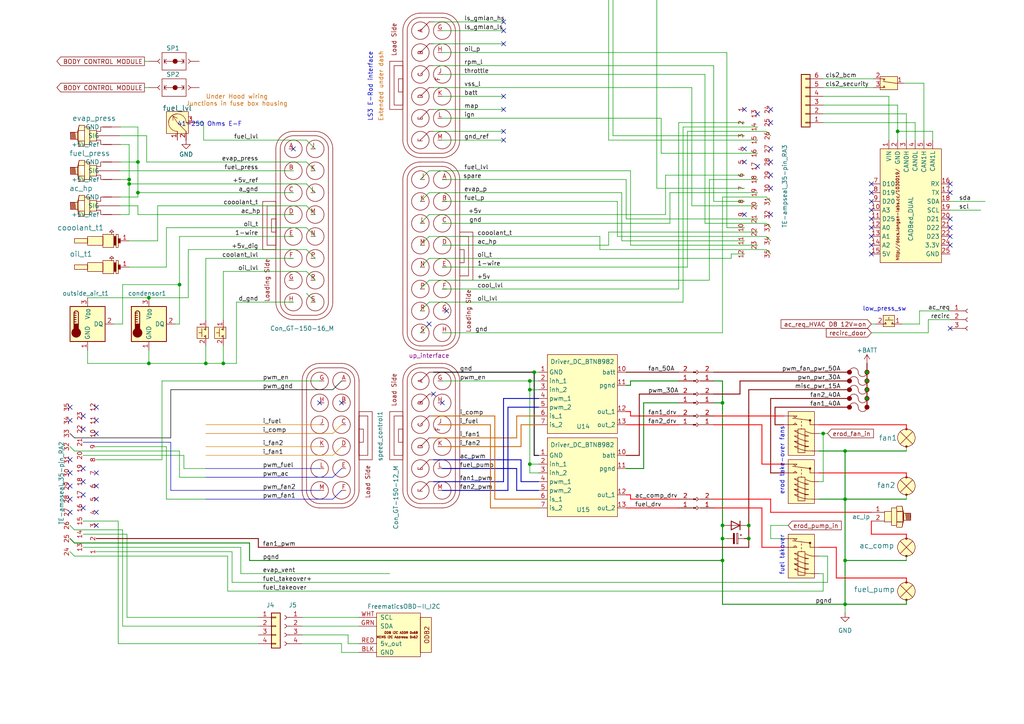
<source format=kicad_sch>
(kicad_sch (version 20231120) (generator "eeschema") (generator_version "8.0")
  (paper "A4")
  (title_block (title "Tahoe_IO") (date "2024-09-25") (rev "0.8"))
  (junction (at 40.005 55.88))
  (junction (at 251.46 107.95))
  (junction (at 217.17 156.21))
  (junction (at 251.46 115.57))
  (junction (at 209.55 152.4))
  (junction (at 245.11 130.81))
  (junction (at 209.55 156.21))
  (junction (at 37.465 52.07))
  (junction (at 251.46 113.03))
  (junction (at 251.46 110.49))
  (junction (at 153.67 134.62))
  (junction (at 209.55 116.84))
  (junction (at 59.69 105.41))
  (junction (at 154.94 107.95))
  (junction (at 245.11 175.26))
  (junction (at 245.11 162.56))
  (junction (at 40.005 46.99))
  (junction (at 260.35 38.1))
  (junction (at 209.55 162.56))
  (junction (at 43.18 86.36))
  (junction (at 153.67 110.49))
  (junction (at 43.18 105.41))
  (junction (at 153.67 113.03))
  (junction (at 245.11 144.78))
  (junction (at 238.76 125.73))
  (junction (at 37.465 53.34))
  (junction (at 52.07 82.55))
  (junction (at 64.77 105.41))
  (junction (at 217.17 152.4))
  (no_connect (at 85.09 43.18))
  (no_connect (at 223.52 35.56))
  (no_connect (at 125.73 114.3))
  (no_connect (at 215.9 46.99))
  (no_connect (at 27.94 144.78))
  (no_connect (at 24.13 135.89))
  (no_connect (at 146.05 38.1))
  (no_connect (at 275.59 71.12))
  (no_connect (at 24.13 139.7))
  (no_connect (at 275.59 55.88))
  (no_connect (at 275.59 95.25))
  (no_connect (at 124.46 93.98))
  (no_connect (at 27.94 148.59))
  (no_connect (at 223.52 62.23))
  (no_connect (at 146.05 12.7))
  (no_connect (at 20.32 121.92))
  (no_connect (at 20.32 133.35))
  (no_connect (at 215.9 62.23))
  (no_connect (at 223.52 54.61))
  (no_connect (at 128.27 116.84))
  (no_connect (at 20.32 140.97))
  (no_connect (at 27.94 137.16))
  (no_connect (at 146.05 27.94))
  (no_connect (at 146.05 8.89))
  (no_connect (at 219.71 33.02))
  (no_connect (at 24.13 143.51))
  (no_connect (at 27.94 121.92))
  (no_connect (at 27.94 140.97))
  (no_connect (at 219.71 48.26))
  (no_connect (at 20.32 148.59))
  (no_connect (at 146.05 6.35))
  (no_connect (at 27.94 125.73))
  (no_connect (at 92.71 116.84))
  (no_connect (at 252.73 68.58))
  (no_connect (at 223.52 43.18))
  (no_connect (at 24.13 147.32))
  (no_connect (at 252.73 55.88))
  (no_connect (at 24.13 120.65))
  (no_connect (at 99.06 116.84))
  (no_connect (at 129.54 90.17))
  (no_connect (at 275.59 53.34))
  (no_connect (at 275.59 63.5))
  (no_connect (at 275.59 66.04))
  (no_connect (at 20.32 144.78))
  (no_connect (at 146.05 40.64))
  (no_connect (at 215.9 31.75))
  (no_connect (at 223.52 46.99))
  (no_connect (at 215.9 43.18))
  (no_connect (at 20.32 118.11))
  (no_connect (at 20.32 137.16))
  (no_connect (at 223.52 50.8))
  (no_connect (at 252.73 58.42))
  (no_connect (at 252.73 60.96))
  (no_connect (at 252.73 73.66))
  (no_connect (at 252.73 66.04))
  (no_connect (at 252.73 53.34))
  (no_connect (at 223.52 31.75))
  (no_connect (at 275.59 68.58))
  (no_connect (at 252.73 71.12))
  (no_connect (at 27.94 118.11))
  (no_connect (at 146.05 31.75))
  (no_connect (at 252.73 63.5))
  (no_connect (at 27.94 152.4))
  (no_connect (at 24.13 124.46))
  (wire (pts (xy 46.99 110.49) (xy 46.99 133.35)))
  (wire (pts (xy 34.925 41.91) (xy 37.465 41.91)))
  (wire (pts (xy 217.17 156.21) (xy 217.17 158.75)) (stroke (width 0.254) (color 132 0 0 1)))
  (wire (pts (xy 151.13 123.19) (xy 151.13 129.54)) (stroke (width 0.254) (color 204 102 0 1)))
  (wire (pts (xy 147.32 118.11) (xy 147.32 142.24)) (stroke (width 0.254) (color 0 0 194 1)))
  (wire (pts (xy 240.03 168.91) (xy 74.93 168.91)) (stroke (width 0) (color 0 132 0 1)))
  (wire (pts (xy 99.06 110.49) (xy 96.52 113.03)) (stroke (width 0) (color 0 0 0 1)))
  (wire (pts (xy 193.04 50.8) (xy 215.9 50.8)))
  (wire (pts (xy 246.38 118.11) (xy 224.79 118.11)) (stroke (width 0.254) (color 132 0 0 1)))
  (wire (pts (xy 88.9 66.04) (xy 91.44 68.58)))
  (wire (pts (xy 37.465 41.91) (xy 37.465 52.07)))
  (wire (pts (xy 125.73 6.35) (xy 146.05 6.35)))
  (wire (pts (xy 223.52 156.21) (xy 227.33 156.21)))
  (wire (pts (xy 237.49 125.73) (xy 238.76 125.73)))
  (wire (pts (xy 121.92 77.47) (xy 124.46 74.93)))
  (wire (pts (xy 37.465 52.07) (xy 37.465 53.34)))
  (wire (pts (xy 125.73 120.65) (xy 143.51 120.65)) (stroke (width 0.254) (color 204 102 0 1)))
  (wire (pts (xy 185.42 114.3) (xy 185.42 132.08)) (stroke (width 0.254) (color 132 0 0 1)))
  (wire (pts (xy 238.76 166.37) (xy 237.49 166.37)))
  (wire (pts (xy 149.86 135.89) (xy 149.86 142.24)) (stroke (width 0.254) (color 0 0 194 1)))
  (wire (pts (xy 207.01 147.32) (xy 220.98 147.32)) (stroke (width 0.254) (color 255 0 0 1)))
  (wire (pts (xy 238.76 125.73) (xy 238.76 139.7)))
  (wire (pts (xy 147.32 118.11) (xy 156.21 118.11)) (stroke (width 0.254) (color 0 0 194 1)))
  (wire (pts (xy 37.465 53.34) (xy 37.465 62.23)))
  (wire (pts (xy 125.73 139.7) (xy 146.05 139.7)) (stroke (width 0.254) (color 0 0 194 1)))
  (wire (pts (xy 245.11 130.81) (xy 262.89 130.81)) (stroke (width 0.254) (color 0 132 0 1)))
  (wire (pts (xy 154.94 107.95) (xy 156.21 107.95)))
  (wire (pts (xy 262.89 167.64) (xy 242.57 167.64)) (stroke (width 0.254) (color 255 0 0 1)))
  (wire (pts (xy 42.545 46.99) (xy 88.9 46.99)))
  (wire (pts (xy 34.925 59.69) (xy 40.005 59.69)))
  (wire (pts (xy 212.09 73.66) (xy 215.9 73.66)))
  (wire (pts (xy 210.82 156.21) (xy 209.55 156.21)))
  (wire (pts (xy 207.01 123.19) (xy 220.98 123.19)) (stroke (width 0.254) (color 255 0 0 1)))
  (wire (pts (xy 72.39 157.48) (xy 21.59 157.48)) (stroke (width 0.254) (color 0 132 0 1)))
  (wire (pts (xy 151.13 139.7) (xy 156.21 139.7)) (stroke (width 0.254) (color 0 0 194 1)))
  (wire (pts (xy 262.89 168.91) (xy 262.89 167.64)) (stroke (width 0.254) (color 255 0 0 1)))
  (wire (pts (xy 53.34 132.08) (xy 53.34 135.89)))
  (wire (pts (xy 209.55 57.15) (xy 222.25 57.15)))
  (wire (pts (xy 154.94 132.08) (xy 156.21 132.08)) (stroke (width 0.254) (color 0 0 0 1)))
  (wire (pts (xy 245.11 162.56) (xy 245.11 175.26)) (stroke (width 0.254) (color 0 132 0 1)))
  (wire (pts (xy 245.11 175.26) (xy 262.89 175.26)) (stroke (width 0.254) (color 0 132 0 1)))
  (wire (pts (xy 24.13 158.75) (xy 69.85 158.75)))
  (wire (pts (xy 27.94 133.35) (xy 46.99 133.35)))
  (wire (pts (xy 59.69 132.08) (xy 96.52 132.08)) (stroke (width 0) (color 221 133 0 1)))
  (wire (pts (xy 128.27 52.07) (xy 181.61 52.07)))
  (wire (pts (xy 209.55 175.26) (xy 245.11 175.26)) (stroke (width 0.254) (color 0 132 0 1)))
  (wire (pts (xy 34.29 151.13) (xy 34.29 186.69)))
  (wire (pts (xy 223.52 69.85) (xy 222.25 68.58)))
  (wire (pts (xy 237.49 123.19) (xy 262.89 123.19)) (stroke (width 0.254) (color 255 0 0 1)))
  (wire (pts (xy 64.77 105.41) (xy 68.58 105.41)))
  (wire (pts (xy 36.83 154.94) (xy 36.83 179.07)))
  (wire (pts (xy 182.88 110.49) (xy 196.85 110.49)) (stroke (width 0.254) (color 0 132 0 1)))
  (wire (pts (xy 252.73 154.94) (xy 262.89 154.94)) (stroke (width 0.254) (color 255 0 0 1)))
  (wire (pts (xy 269.24 92.71) (xy 275.59 92.71)))
  (wire (pts (xy 265.43 35.56) (xy 238.76 35.56)))
  (wire (pts (xy 34.925 49.53) (xy 85.09 49.53)))
  (wire (pts (xy 176.53 67.31) (xy 219.71 67.31)))
  (wire (pts (xy 34.925 57.15) (xy 40.005 57.15)))
  (wire (pts (xy 45.72 59.69) (xy 88.9 59.69)))
  (wire (pts (xy 143.51 144.78) (xy 156.21 144.78)) (stroke (width 0.254) (color 204 102 0 1)))
  (wire (pts (xy 34.29 186.69) (xy 74.93 186.69)))
  (wire (pts (xy 196.85 35.56) (xy 215.9 35.56)))
  (wire (pts (xy 207.01 114.3) (xy 214.63 114.3)) (stroke (width 0.254) (color 132 0 0 1)))
  (wire (pts (xy 64.77 100.33) (xy 64.77 105.41)))
  (wire (pts (xy 59.69 129.54) (xy 92.71 129.54)) (stroke (width 0) (color 221 133 0 1)))
  (wire (pts (xy 125.73 31.75) (xy 146.05 31.75)))
  (wire (pts (xy 69.85 158.75) (xy 69.85 166.37)))
  (wire (pts (xy 217.17 113.03) (xy 217.17 152.4)) (stroke (width 0.254) (color 132 0 0 1)))
  (wire (pts (xy 59.69 135.89) (xy 92.71 135.89)) (stroke (width 0) (color 0 0 194 1)))
  (wire (pts (xy 262.255 24.13) (xy 267.97 24.13)))
  (wire (pts (xy 265.43 35.56) (xy 265.43 40.64)))
  (wire (pts (xy 223.52 39.37) (xy 222.25 38.1)))
  (wire (pts (xy 212.09 74.93) (xy 212.09 73.66)))
  (wire (pts (xy 49.53 142.24) (xy 92.71 142.24)) (stroke (width 0) (color 0 0 194 1)))
  (wire (pts (xy 153.67 134.62) (xy 153.67 137.16)))
  (wire (pts (xy 262.89 138.43) (xy 262.89 137.16)) (stroke (width 0.254) (color 255 0 0 1)))
  (wire (pts (xy 43.18 17.78) (xy 41.91 17.78)))
  (wire (pts (xy 72.39 157.48) (xy 72.39 162.56)) (stroke (width 0.254) (color 0 132 0 1)))
  (wire (pts (xy 125.73 127) (xy 149.86 127)) (stroke (width 0.254) (color 204 102 0 1)))
  (wire (pts (xy 181.61 147.32) (xy 196.85 147.32)) (stroke (width 0.254) (color 255 0 0 1)))
  (wire (pts (xy 223.52 152.4) (xy 223.52 156.21)))
  (wire (pts (xy 181.61 135.89) (xy 186.69 135.89)) (stroke (width 0.254) (color 0 132 0 1)))
  (wire (pts (xy 72.39 162.56) (xy 209.55 162.56)) (stroke (width 0.254) (color 0 132 0 1)))
  (wire (pts (xy 177.8 -12.7) (xy 177.8 39.37)))
  (wire (pts (xy 45.72 59.69) (xy 45.72 69.85)))
  (wire (pts (xy 25.4 105.41) (xy 43.18 105.41)))
  (wire (pts (xy 237.49 161.29) (xy 240.03 161.29)) (stroke (width 0) (color 0 132 0 1)))
  (wire (pts (xy 59.69 74.93) (xy 85.09 74.93)))
  (wire (pts (xy 124.46 81.28) (xy 121.92 83.82)))
  (wire (pts (xy 153.67 137.16) (xy 156.21 137.16)))
  (wire (pts (xy 21.59 153.67) (xy 35.56 153.67)))
  (wire (pts (xy 66.04 171.45) (xy 238.76 171.45)))
  (wire (pts (xy 207.01 120.65) (xy 227.33 120.65)) (stroke (width 0.254) (color 255 0 0 1)))
  (wire (pts (xy 199.39 38.1) (xy 222.25 38.1)))
  (wire (pts (xy 238.76 171.45) (xy 238.76 166.37)))
  (wire (pts (xy 124.46 68.58) (xy 121.92 71.12)))
  (wire (pts (xy 181.61 119.38) (xy 182.88 119.38)) (stroke (width 0.254) (color 255 0 0 1)))
  (wire (pts (xy 242.57 167.64) (xy 242.57 158.75)) (stroke (width 0.254) (color 255 0 0 1)))
  (wire (pts (xy 200.66 25.4) (xy 200.66 59.69)))
  (wire (pts (xy 209.55 162.56) (xy 209.55 175.26)) (stroke (width 0.254) (color 0 132 0 1)))
  (wire (pts (xy 124.46 62.23) (xy 121.92 64.77)))
  (wire (pts (xy 252.73 96.52) (xy 269.24 96.52)))
  (wire (pts (xy 153.67 134.62) (xy 156.21 134.62)))
  (wire (pts (xy 124.46 62.23) (xy 193.04 62.23)))
  (wire (pts (xy 24.13 151.13) (xy 34.29 151.13)))
  (wire (pts (xy 173.99 -20.32) (xy 190.5 -20.32)))
  (wire (pts (xy 128.27 77.47) (xy 199.39 77.47)))
  (wire (pts (xy 176.53 67.31) (xy 176.53 71.12)))
  (wire (pts (xy 68.58 87.63) (xy 85.09 87.63)))
  (wire (pts (xy 205.74 52.07) (xy 205.74 81.28)))
  (wire (pts (xy 214.63 110.49) (xy 214.63 114.3)) (stroke (width 0.254) (color 132 0 0 1)))
  (wire (pts (xy 40.005 62.23) (xy 85.09 62.23)))
  (wire (pts (xy 182.88 71.12) (xy 182.88 49.53)))
  (wire (pts (xy 210.82 15.24) (xy 210.82 66.04)))
  (wire (pts (xy 251.46 105.41) (xy 251.46 107.95)) (stroke (width 0.254) (color 132 0 0 1)))
  (wire (pts (xy 151.13 133.35) (xy 151.13 139.7)) (stroke (width 0.254) (color 0 0 194 1)))
  (wire (pts (xy 69.85 166.37) (xy 113.03 166.37)))
  (wire (pts (xy 124.46 87.63) (xy 198.12 87.63)))
  (wire (pts (xy 124.46 68.58) (xy 173.99 68.58)))
  (wire (pts (xy 191.77 34.29) (xy 191.77 44.45)))
  (wire (pts (xy 125.73 38.1) (xy 146.05 38.1)))
  (wire (pts (xy 128.27 83.82) (xy 196.85 83.82)))
  (wire (pts (xy 43.18 105.41) (xy 59.69 105.41)))
  (wire (pts (xy 128.27 8.89) (xy 146.05 8.89)))
  (wire (pts (xy 142.24 147.32) (xy 156.21 147.32)) (stroke (width 0.254) (color 204 102 0 1)))
  (wire (pts (xy 194.31 55.88) (xy 194.31 64.77)))
  (wire (pts (xy 128.27 21.59) (xy 204.47 21.59)))
  (wire (pts (xy 181.61 63.5) (xy 219.71 63.5)))
  (wire (pts (xy 238.76 125.73) (xy 240.03 125.73)))
  (wire (pts (xy 266.7 90.17) (xy 275.59 90.17)))
  (wire (pts (xy 24.13 132.08) (xy 53.34 132.08)))
  (wire (pts (xy 128.27 40.64) (xy 146.05 40.64)))
  (wire (pts (xy 37.465 77.47) (xy 48.26 77.47)))
  (wire (pts (xy 88.9 85.09) (xy 91.44 87.63)))
  (wire (pts (xy 198.12 36.83) (xy 198.12 87.63)))
  (wire (pts (xy 207.01 107.95) (xy 246.38 107.95)) (stroke (width 0.254) (color 132 0 0 1)))
  (wire (pts (xy 209.55 57.15) (xy 209.55 96.52)))
  (wire (pts (xy 40.005 55.88) (xy 85.09 55.88)))
  (wire (pts (xy 260.35 30.48) (xy 238.76 30.48)))
  (wire (pts (xy 262.89 130.81) (xy 262.89 129.54)))
  (wire (pts (xy 209.55 110.49) (xy 209.55 116.84)) (stroke (width 0.254) (color 0 132 0 1)))
  (wire (pts (xy 20.32 129.54) (xy 21.59 130.81)))
  (wire (pts (xy 53.34 135.89) (xy 59.69 135.89)))
  (wire (pts (xy 27.94 160.02) (xy 67.31 160.02)))
  (wire (pts (xy 128.27 123.19) (xy 142.24 123.19)) (stroke (width 0.254) (color 204 102 0 1)))
  (wire (pts (xy 21.59 157.48) (xy 20.32 156.21)) (stroke (width 0.254) (color 0 132 0 1)))
  (wire (pts (xy 262.89 143.51) (xy 262.89 144.78)))
  (wire (pts (xy 284.48 60.96) (xy 275.59 60.96)))
  (wire (pts (xy 128.27 135.89) (xy 149.86 135.89)) (stroke (width 0.254) (color 0 0 194 1)))
  (wire (pts (xy 74.93 156.21) (xy 74.93 158.75)) (stroke (width 0.254) (color 132 0 0 1)))
  (wire (pts (xy 27.94 129.54) (xy 48.26 129.54)))
  (wire (pts (xy 214.63 110.49) (xy 246.38 110.49)) (stroke (width 0.254) (color 132 0 0 1)))
  (wire (pts (xy 59.69 138.43) (xy 96.52 138.43)) (stroke (width 0) (color 0 0 194 1)))
  (wire (pts (xy 88.9 53.34) (xy 91.44 55.88)))
  (wire (pts (xy 260.35 38.1) (xy 260.35 40.64)))
  (wire (pts (xy 260.35 38.1) (xy 270.51 38.1)))
  (wire (pts (xy 262.89 33.02) (xy 262.89 40.64)))
  (wire (pts (xy 146.05 115.57) (xy 146.05 139.7)) (stroke (width 0.254) (color 0 0 194 1)))
  (wire (pts (xy 182.88 120.65) (xy 196.85 120.65)) (stroke (width 0.254) (color 255 0 0 1)))
  (wire (pts (xy 43.18 25.4) (xy 41.91 25.4)))
  (wire (pts (xy 104.14 189.23) (xy 99.06 189.23)))
  (wire (pts (xy 49.53 128.27) (xy 49.53 142.24)) (stroke (width 0) (color 0 0 194 1)))
  (wire (pts (xy 207.01 144.78) (xy 223.52 144.78)) (stroke (width 0.254) (color 255 0 0 1)))
  (wire (pts (xy 245.11 144.78) (xy 262.89 144.78)) (stroke (width 0.254) (color 0 132 0 1)))
  (wire (pts (xy 45.72 69.85) (xy 37.465 69.85)))
  (wire (pts (xy 237.49 139.7) (xy 238.76 139.7)))
  (wire (pts (xy 181.61 143.51) (xy 182.88 143.51)) (stroke (width 0.254) (color 255 0 0 1)))
  (wire (pts (xy 224.79 123.19) (xy 227.33 123.19)) (stroke (width 0.254) (color 132 0 0 1)))
  (wire (pts (xy 52.07 68.58) (xy 85.09 68.58)))
  (wire (pts (xy 223.52 66.04) (xy 222.25 64.77)))
  (wire (pts (xy 34.925 39.37) (xy 42.545 39.37)))
  (wire (pts (xy 199.39 38.1) (xy 199.39 77.47)))
  (wire (pts (xy 228.6 152.4) (xy 223.52 152.4)))
  (wire (pts (xy 100.965 186.69) (xy 100.965 184.15)))
  (wire (pts (xy 207.01 116.84) (xy 209.55 116.84)) (stroke (width 0.254) (color 0 132 0 1)))
  (wire (pts (xy 59.69 74.93) (xy 59.69 92.71)))
  (wire (pts (xy 245.11 175.26) (xy 245.11 177.8)))
  (wire (pts (xy 227.33 137.16) (xy 223.52 137.16)) (stroke (width 0.254) (color 132 0 0 1)))
  (wire (pts (xy 237.49 130.81) (xy 245.11 130.81)) (stroke (width 0.254) (color 0 132 0 1)))
  (wire (pts (xy 153.67 113.03) (xy 156.21 113.03)))
  (wire (pts (xy 269.24 92.71) (xy 269.24 96.52)))
  (wire (pts (xy 191.77 44.45) (xy 219.71 44.45)))
  (wire (pts (xy 173.99 72.39) (xy 222.25 72.39)))
  (wire (pts (xy 25.4 105.41) (xy 25.4 101.6)))
  (wire (pts (xy 142.24 123.19) (xy 142.24 147.32)) (stroke (width 0.254) (color 204 102 0 1)))
  (wire (pts (xy 49.53 113.03) (xy 49.53 127)) (stroke (width 0) (color 0 0 0 1)))
  (wire (pts (xy 173.99 68.58) (xy 173.99 72.39)))
  (wire (pts (xy 190.5 -20.32) (xy 190.5 54.61)))
  (wire (pts (xy 251.46 113.03) (xy 251.46 115.57)) (stroke (width 0.254) (color 132 0 0 1)))
  (wire (pts (xy 124.46 93.98) (xy 121.92 96.52)))
  (wire (pts (xy 251.46 107.95) (xy 251.46 110.49)) (stroke (width 0.254) (color 132 0 0 1)))
  (wire (pts (xy 186.69 116.84) (xy 196.85 116.84)) (stroke (width 0.254) (color 0 132 0 1)))
  (wire (pts (xy 181.61 52.07) (xy 181.61 63.5)))
  (wire (pts (xy 220.98 158.75) (xy 227.33 158.75)) (stroke (width 0.254) (color 255 0 0 1)))
  (wire (pts (xy 64.77 78.74) (xy 64.77 92.71)))
  (wire (pts (xy 153.67 110.49) (xy 156.21 110.49)))
  (wire (pts (xy 237.49 137.16) (xy 262.89 137.16)) (stroke (width 0.254) (color 255 0 0 1)))
  (wire (pts (xy 35.56 93.98) (xy 33.02 93.98)))
  (wire (pts (xy 224.79 118.11) (xy 224.79 123.19)) (stroke (width 0.254) (color 132 0 0 1)))
  (wire (pts (xy 48.26 129.54) (xy 48.26 144.78)))
  (wire (pts (xy 52.07 130.81) (xy 52.07 138.43)))
  (wire (pts (xy 181.61 107.95) (xy 196.85 107.95)) (stroke (width 0.254) (color 132 0 0 1)))
  (wire (pts (xy 67.31 168.91) (xy 74.93 168.91)))
  (wire (pts (xy 207.01 110.49) (xy 209.55 110.49)) (stroke (width 0.254) (color 0 132 0 1)))
  (wire (pts (xy 48.26 66.04) (xy 88.9 66.04)))
  (wire (pts (xy 251.46 115.57) (xy 251.46 118.11)) (stroke (width 0.254) (color 132 0 0 1)))
  (wire (pts (xy 124.46 49.53) (xy 121.92 52.07)))
  (wire (pts (xy 59.69 100.33) (xy 59.69 105.41)))
  (wire (pts (xy 153.67 113.03) (xy 153.67 134.62)))
  (wire (pts (xy 207.01 19.05) (xy 207.01 58.42)))
  (wire (pts (xy 88.9 46.99) (xy 91.44 49.53)))
  (wire (pts (xy 205.74 52.07) (xy 219.71 52.07)))
  (wire (pts (xy 59.69 144.78) (xy 96.52 144.78)) (stroke (width 0) (color 0 0 194 1)))
  (wire (pts (xy 40.005 36.83) (xy 40.005 46.99)))
  (wire (pts (xy 128.27 34.29) (xy 191.77 34.29)))
  (wire (pts (xy 266.7 90.17) (xy 266.7 93.98)))
  (wire (pts (xy 52.07 82.55) (xy 52.07 93.98)))
  (wire (pts (xy 176.53 40.64) (xy 219.71 40.64)))
  (wire (pts (xy 40.005 55.88) (xy 40.005 57.15)))
  (wire (pts (xy 50.8 93.98) (xy 52.07 93.98)))
  (wire (pts (xy 24.13 154.94) (xy 36.83 154.94)))
  (wire (pts (xy 27.94 156.21) (xy 74.93 156.21)) (stroke (width 0.254) (color 132 0 0 1)))
  (wire (pts (xy 40.005 46.99) (xy 40.005 55.88)))
  (wire (pts (xy 66.04 161.29) (xy 66.04 171.45)))
  (wire (pts (xy 176.53 -10.16) (xy 176.53 40.64)))
  (wire (pts (xy 128.27 27.94) (xy 146.05 27.94)))
  (wire (pts (xy 257.81 27.94) (xy 257.81 40.64)))
  (wire (pts (xy 182.88 144.78) (xy 196.85 144.78)) (stroke (width 0.254) (color 255 0 0 1)))
  (wire (pts (xy 96.52 125.73) (xy 99.06 123.19)) (stroke (width 0) (color 221 133 0 1)))
  (wire (pts (xy 223.52 73.66) (xy 222.25 72.39)))
  (wire (pts (xy 193.04 50.8) (xy 193.04 62.23)))
  (wire (pts (xy 52.07 138.43) (xy 59.69 138.43)))
  (wire (pts (xy 96.52 132.08) (xy 99.06 129.54)) (stroke (width 0) (color 221 133 0 1)))
  (wire (pts (xy 99.06 186.69) (xy 99.06 189.23)))
  (wire (pts (xy 240.03 168.91) (xy 240.03 161.29)) (stroke (width 0) (color 0 132 0 1)))
  (wire (pts (xy 99.06 142.24) (xy 96.52 144.78)) (stroke (width 0) (color 0 0 194 1)))
  (wire (pts (xy 125.73 133.35) (xy 151.13 133.35)) (stroke (width 0.254) (color 0 0 194 1)))
  (wire (pts (xy 190.5 54.61) (xy 215.9 54.61)))
  (wire (pts (xy 125.73 107.95) (xy 154.94 107.95)) (stroke (width 0.254) (color 0 0 0 1)))
  (wire (pts (xy 54.61 72.39) (xy 54.61 86.36)))
  (wire (pts (xy 124.46 81.28) (xy 205.74 81.28)))
  (wire (pts (xy 220.98 134.62) (xy 227.33 134.62)) (stroke (width 0.254) (color 255 0 0 1)))
  (wire (pts (xy 35.56 181.61) (xy 74.93 181.61)))
  (wire (pts (xy 237.49 144.78) (xy 245.11 144.78)) (stroke (width 0.254) (color 0 132 0 1)))
  (wire (pts (xy 43.18 86.36) (xy 54.61 86.36)))
  (wire (pts (xy 209.55 116.84) (xy 209.55 152.4)) (stroke (width 0.254) (color 0 132 0 1)))
  (wire (pts (xy 48.26 66.04) (xy 48.26 77.47)))
  (wire (pts (xy 59.055 35.56) (xy 59.055 40.64)))
  (wire (pts (xy 34.925 36.83) (xy 40.005 36.83)))
  (wire (pts (xy 128.27 129.54) (xy 151.13 129.54)) (stroke (width 0.254) (color 204 102 0 1)))
  (wire (pts (xy 182.88 143.51) (xy 182.88 144.78)) (stroke (width 0.254) (color 255 0 0 1)))
  (wire (pts (xy 128.27 15.24) (xy 210.82 15.24)))
  (wire (pts (xy 245.11 144.78) (xy 245.11 162.56)) (stroke (width 0.254) (color 0 132 0 1)))
  (wire (pts (xy 88.9 72.39) (xy 91.44 74.93)))
  (wire (pts (xy 209.55 156.21) (xy 209.55 162.56)) (stroke (width 0.254) (color 0 132 0 1)))
  (wire (pts (xy 262.89 175.26) (xy 262.89 173.99)) (stroke (width 0.254) (color 0 132 0 1)))
  (wire (pts (xy 182.88 71.12) (xy 219.71 71.12)))
  (wire (pts (xy 87.63 186.69) (xy 99.06 186.69)))
  (wire (pts (xy 186.69 135.89) (xy 186.69 116.84)) (stroke (width 0.254) (color 0 132 0 1)))
  (wire (pts (xy 223.52 144.78) (xy 223.52 148.59)) (stroke (width 0.254) (color 255 0 0 1)))
  (wire (pts (xy 59.69 105.41) (xy 64.77 105.41)))
  (wire (pts (xy 149.86 120.65) (xy 156.21 120.65)) (stroke (width 0.254) (color 204 102 0 1)))
  (wire (pts (xy 35.56 82.55) (xy 52.07 82.55)))
  (wire (pts (xy 125.73 25.4) (xy 200.66 25.4)))
  (wire (pts (xy 200.66 59.69) (xy 219.71 59.69)))
  (wire (pts (xy 59.055 40.64) (xy 88.9 40.64)))
  (wire (pts (xy 49.53 113.03) (xy 96.52 113.03)) (stroke (width 0) (color 0 0 0 1)))
  (wire (pts (xy 54.61 72.39) (xy 88.9 72.39)))
  (wire (pts (xy 21.59 161.29) (xy 66.04 161.29)))
  (wire (pts (xy 223.52 115.57) (xy 223.52 137.16)) (stroke (width 0.254) (color 132 0 0 1)))
  (wire (pts (xy 46.99 110.49) (xy 92.71 110.49)))
  (wire (pts (xy 25.4 86.36) (xy 43.18 86.36)))
  (wire (pts (xy 251.46 110.49) (xy 251.46 113.03)) (stroke (width 0.254) (color 132 0 0 1)))
  (wire (pts (xy 179.07 58.42) (xy 179.07 68.58)))
  (wire (pts (xy 261.62 93.98) (xy 266.7 93.98)))
  (wire (pts (xy 49.53 127) (xy 21.59 127)) (stroke (width 0) (color 0 0 0 1)))
  (wire (pts (xy 124.46 49.53) (xy 182.88 49.53)))
  (wire (pts (xy 99.06 135.89) (xy 96.52 138.43)) (stroke (width 0) (color 0 0 194 1)))
  (wire (pts (xy 267.97 24.13) (xy 267.97 40.64)))
  (wire (pts (xy 177.8 39.37) (xy 215.9 39.37)))
  (wire (pts (xy 125.73 19.05) (xy 207.01 19.05)))
  (wire (pts (xy 88.9 78.74) (xy 91.44 81.28)))
  (wire (pts (xy 125.73 12.7) (xy 146.05 12.7)))
  (wire (pts (xy 262.89 161.29) (xy 262.89 162.56)))
  (wire (pts (xy 128.27 71.12) (xy 176.53 71.12)))
  (wire (pts (xy 262.89 123.19) (xy 262.89 124.46)) (stroke (width 0.254) (color 255 0 0 1)))
  (wire (pts (xy 20.32 152.4) (xy 21.59 153.67)))
  (wire (pts (xy 209.55 152.4) (xy 209.55 156.21)) (stroke (width 0.254) (color 0 132 0 1)))
  (wire (pts (xy 42.545 39.37) (xy 42.545 46.99)))
  (wire (pts (xy 223.52 58.42) (xy 222.25 57.15)))
  (wire (pts (xy 246.38 115.57) (xy 223.52 115.57)) (stroke (width 0.254) (color 132 0 0 1)))
  (wire (pts (xy 100.965 184.15) (xy 87.63 184.15)))
  (wire (pts (xy 181.61 132.08) (xy 185.42 132.08)) (stroke (width 0.254) (color 132 0 0 1)))
  (wire (pts (xy 173.99 -10.16) (xy 176.53 -10.16)))
  (wire (pts (xy 179.07 68.58) (xy 222.25 68.58)))
  (wire (pts (xy 88.9 40.64) (xy 91.44 43.18)))
  (wire (pts (xy 207.01 58.42) (xy 215.9 58.42)))
  (wire (pts (xy 143.51 120.65) (xy 143.51 144.78)) (stroke (width 0.254) (color 204 102 0 1)))
  (wire (pts (xy 153.67 110.49) (xy 153.67 113.03)))
  (wire (pts (xy 128.27 110.49) (xy 153.67 110.49)))
  (wire (pts (xy 245.11 162.56) (xy 262.89 162.56)) (stroke (width 0.254) (color 0 132 0 1)))
  (wire (pts (xy 198.12 36.83) (xy 219.71 36.83)))
  (wire (pts (xy 87.63 179.07) (xy 104.14 179.07)))
  (wire (pts (xy 40.005 46.99) (xy 34.925 46.99)))
  (wire (pts (xy 128.27 96.52) (xy 209.55 96.52)))
  (wire (pts (xy 204.47 64.77) (xy 222.25 64.77)))
  (wire (pts (xy 21.59 130.81) (xy 52.07 130.81)))
  (wire (pts (xy 181.61 123.19) (xy 196.85 123.19)) (stroke (width 0.254) (color 255 0 0 1)))
  (wire (pts (xy 37.465 52.07) (xy 34.925 52.07)))
  (wire (pts (xy 151.13 123.19) (xy 156.21 123.19)) (stroke (width 0.254) (color 204 102 0 1)))
  (wire (pts (xy 217.17 152.4) (xy 217.17 156.21)) (stroke (width 0.254) (color 132 0 0 1)))
  (wire (pts (xy 21.59 127) (xy 20.32 125.73)) (stroke (width 0) (color 0 0 0 1)))
  (wire (pts (xy 275.59 58.42) (xy 285.75 58.42)))
  (wire (pts (xy 185.42 114.3) (xy 196.85 114.3)) (stroke (width 0.254) (color 132 0 0 1)))
  (wire (pts (xy 149.86 120.65) (xy 149.86 127)) (stroke (width 0.254) (color 204 102 0 1)))
  (wire (pts (xy 194.31 55.88) (xy 219.71 55.88)))
  (wire (pts (xy 220.98 123.19) (xy 220.98 134.62)) (stroke (width 0.254) (color 255 0 0 1)))
  (wire (pts (xy 181.61 111.76) (xy 182.88 111.76)) (stroke (width 0.254) (color 0 132 0 1)))
  (wire (pts (xy 35.56 153.67) (xy 35.56 181.61)))
  (wire (pts (xy 40.005 59.69) (xy 40.005 62.23)))
  (wire (pts (xy 64.77 78.74) (xy 88.9 78.74)))
  (wire (pts (xy 59.69 123.19) (xy 92.71 123.19)) (stroke (width 0) (color 221 133 0 1)))
  (wire (pts (xy 24.13 128.27) (xy 49.53 128.27)) (stroke (width 0) (color 0 0 194 1)))
  (wire (pts (xy 56.515 35.56) (xy 59.055 35.56)))
  (wire (pts (xy 124.46 55.88) (xy 180.34 55.88)))
  (wire (pts (xy 74.93 158.75) (xy 217.17 158.75)) (stroke (width 0.254) (color 132 0 0 1)))
  (wire (pts (xy 124.46 55.88) (xy 121.92 58.42)))
  (wire (pts (xy 52.07 68.58) (xy 52.07 82.55)))
  (wire (pts (xy 124.46 74.93) (xy 212.09 74.93)))
  (wire (pts (xy 149.86 142.24) (xy 156.21 142.24)) (stroke (width 0.254) (color 0 0 194 1)))
  (wire (pts (xy 238.76 33.02) (xy 262.89 33.02)))
  (wire (pts (xy 154.94 107.95) (xy 154.94 132.08)) (stroke (width 0.254) (color 0 0 0 1)))
  (wire (pts (xy 146.05 115.57) (xy 156.21 115.57)) (stroke (width 0.254) (color 0 0 194 1)))
  (wire (pts (xy 270.51 38.1) (xy 270.51 40.64)))
  (wire (pts (xy 37.465 53.34) (xy 88.9 53.34)))
  (wire (pts (xy 128.27 64.77) (xy 194.31 64.77)))
  (wire (pts (xy 59.69 125.73) (xy 96.52 125.73)) (stroke (width 0) (color 204 102 0 1)))
  (wire (pts (xy 262.89 154.94) (xy 262.89 156.21)) (stroke (width 0.254) (color 255 0 0 1)))
  (wire (pts (xy 252.73 151.13) (xy 252.73 154.94)) (stroke (width 0.254) (color 255 0 0 1)))
  (wire (pts (xy 196.85 35.56) (xy 196.85 83.82)))
  (wire (pts (xy 182.88 119.38) (xy 182.88 120.65)) (stroke (width 0.254) (color 255 0 0 1)))
  (wire (pts (xy 217.17 156.21) (xy 215.9 156.21)) (stroke (width 0.254) (color 132 0 0 1)))
  (wire (pts (xy 104.14 186.69) (xy 100.965 186.69)))
  (wire (pts (xy 68.58 87.63) (xy 68.58 105.41)))
  (wire (pts (xy 34.925 62.23) (xy 37.465 62.23)))
  (wire (pts (xy 48.26 144.78) (xy 59.69 144.78)))
  (wire (pts (xy 260.35 30.48) (xy 260.35 38.1)))
  (wire (pts (xy 252.73 93.98) (xy 254 93.98)))
  (wire (pts (xy 257.81 27.94) (xy 238.76 27.94)))
  (wire (pts (xy 223.52 148.59) (xy 252.73 148.59)) (stroke (width 0.254) (color 255 0 0 1)))
  (wire (pts (xy 237.49 158.75) (xy 242.57 158.75)) (stroke (width 0.254) (color 255 0 0 1)))
  (wire (pts (xy 36.83 179.07) (xy 74.93 179.07)))
  (wire (pts (xy 67.31 160.02) (xy 67.31 168.91)))
  (wire (pts (xy 128.27 58.42) (xy 179.07 58.42)))
  (wire (pts (xy 238.76 25.4) (xy 253.365 25.4)))
  (wire (pts (xy 220.98 158.75) (xy 220.98 147.32)) (stroke (width 0.254) (color 255 0 0 1)))
  (wire (pts (xy 20.32 160.02) (xy 21.59 161.29)))
  (wire (pts (xy 128.27 142.24) (xy 147.32 142.24)) (stroke (width 0.254) (color 0 0 194 1)))
  (wire (pts (xy 124.46 87.63) (xy 121.92 90.17)))
  (wire (pts (xy 177.8 -12.7) (xy 173.99 -12.7)))
  (wire (pts (xy 204.47 21.59) (xy 204.47 64.77)))
  (wire (pts (xy 210.82 66.04) (xy 215.9 66.04)))
  (wire (pts (xy 43.18 101.6) (xy 43.18 105.41)))
  (wire (pts (xy 180.34 55.88) (xy 180.34 69.85)))
  (wire (pts (xy 104.14 181.61) (xy 87.63 181.61)))
  (wire (pts (xy 88.9 59.69) (xy 91.44 62.23)))
  (wire (pts (xy 238.76 22.86) (xy 253.365 22.86)))
  (wire (pts (xy 217.17 113.03) (xy 246.38 113.03)) (stroke (width 0.254) (color 132 0 0 1)))
  (wire (pts (xy 245.11 130.81) (xy 245.11 144.78)) (stroke (width 0.254) (color 0 132 0 1)))
  (wire (pts (xy 180.34 69.85) (xy 215.9 69.85)))
  (wire (pts (xy 182.88 110.49) (xy 182.88 111.76)) (stroke (width 0.254) (color 0 132 0 1)))
  (wire (pts (xy 35.56 82.55) (xy 35.56 93.98)))
  (text "LS3 E-Rod interface" (at 107.442 25.146 90) (effects (font (size 1.27 1.27))))
  (text "erod take-over fans" (at 226.822 133.604 90) (effects (font (size 1.27 1.27))))
  (text "Extended under dash" (at 110.49 25.146 90) (effects (font (size 1.27 1.27))))
  (text "Under Hood wiring\nJunctions in fuse box housing" (at 68.707 29.21 0) (effects (font (size 1.27 1.27))))
  (text "fuel takover" (at 226.822 161.036 90) (effects (font (size 1.27 1.27))))
  (text "41-250 Ohms E-F" (at 51.435 36.83 0) (effects (font (size 1.27 1.27)) (justify left bottom)))
  (text "low_press_sw" (at 250.19 89.662 0) (effects (font (size 1.27 1.27)) (justify left)))
  (label "oil_p" (at 134.62 15.24 0))
  (label "i_fuel" (at 133.35 123.19 0))
  (label "fuel_pump" (at 133.35 135.89 0))
  (label "batt" (at 134.62 27.94 0))
  (label "ac_hp" (at 69.85 62.23 0))
  (label "evap_vent" (at 76.2 166.37 0))
  (label "coolant_lvl" (at 74.93 74.93 180))
  (label "fuel_press" (at 74.93 49.53 180))
  (label "i_fan1" (at 76.2 132.08 0))
  (label "scl" (at 278.13 60.96 0))
  (label "pwm_fan2" (at 76.2 142.24 0))
  (label "cooolant_t" (at 64.77 59.69 0))
  (label "ac_req" (at 275.59 90.17 180))
  (label "pwm_fan1" (at 76.2 144.78 0))
  (label "pwm_gnd" (at 76.2 113.03 0))
  (label "ign" (at 134.62 34.29 0))
  (label "+5v" (at 142.24 81.28 180))
  (label "fan2_drv" (at 187.96 123.19 0))
  (label "sda" (at 278.13 58.42 0))
  (label "i_fan2" (at 133.35 129.54 0))
  (label "ls_gmlan_hs" (at 134.62 6.35 0))
  (label "i_fuel" (at 76.2 123.19 0))
  (label "fan_50A" (at 187.96 107.95 0))
  (label "gnd" (at 133.35 107.95 0))
  (label "a_gnd" (at 74.93 55.88 180))
  (label "fuel_takeover+" (at 76.2 168.91 0))
  (label "ac_hp" (at 138.43 71.12 0))
  (label "evap_p" (at 134.62 55.88 0))
  (label "misc_pwr_15A" (at 243.84 113.03 180))
  (label "pwm_fuel" (at 76.2 135.89 0))
  (label "d_gnd" (at 74.93 87.63 180))
  (label "gnd" (at 137.795 96.52 0))
  (label "ls_gmlan_ls" (at 134.62 8.89 0))
  (label "ac_comp_drv" (at 184.15 144.78 0))
  (label "i_comp" (at 133.35 120.65 0))
  (label "evap_press" (at 74.93 46.99 180))
  (label "recirc" (at 275.59 92.71 180))
  (label "gnd" (at 139.7 64.77 180))
  (label "pwm_en" (at 76.2 110.49 0))
  (label "map" (at 134.62 31.75 0))
  (label "fan1_drv" (at 187.96 120.65 0))
  (label "pwm_ac" (at 76.2 138.43 0))
  (label "rpm_l" (at 134.62 19.05 0))
  (label "oil_lvl" (at 138.43 87.63 0))
  (label "fan1_pwm" (at 133.35 139.7 0))
  (label "fuel_lvl" (at 74.93 40.64 180))
  (label "fan1_pwm" (at 76.2 158.75 0))
  (label "+5v" (at 139.7 62.23 180))
  (label "spare" (at 139.7 52.07 180))
  (label "1-wire" (at 138.43 77.47 0))
  (label "fuel_p" (at 134.62 58.42 0))
  (label "oil_t" (at 74.93 66.04 180))
  (label "ac_pwm" (at 133.35 133.35 0))
  (label "throttle" (at 134.62 21.59 0))
  (label "pwn_pwr_30A" (at 243.84 110.49 180))
  (label "pgnd" (at 76.2 162.56 0))
  (label "fuel_drv" (at 184.15 147.32 0))
  (label "i_fan2" (at 76.2 129.54 0))
  (label "+5v_ref" (at 74.93 53.34 180))
  (label "cls2_security" (at 239.395 25.4 0))
  (label "pgnd" (at 241.3 175.26 180))
  (label "oil_lvl" (at 74.93 78.74 180))
  (label "fan2_40A" (at 243.84 115.57 180))
  (label "oil_t" (at 138.43 74.93 0))
  (label "cooolant_t" (at 138.43 68.58 0))
  (label "+5v_dig" (at 74.93 72.39 180))
  (label "vss_l" (at 134.62 25.4 0))
  (label "pwm_30A" (at 187.96 114.3 0))
  (label "i_fan1" (at 133.35 127 0))
  (label "pwm_en" (at 133.35 110.49 0))
  (label "cool_lvl" (at 138.43 83.82 0))
  (label "gnd_ref" (at 134.62 40.64 0))
  (label "i_comp" (at 76.2 125.73 0))
  (label "fan2_pwm" (at 133.35 142.24 0))
  (label "fan1_40A" (at 243.84 118.11 180))
  (label "1-wire" (at 74.93 68.58 180))
  (label "fuel_lvl" (at 134.62 49.53 0))
  (label "fuel_takeover" (at 76.2 171.45 0))
  (label "cls2_bcm" (at 239.395 22.86 0))
  (label "pwm_fan_pwr_50A" (at 243.84 107.95 180))
  (global_label "BODY CONTROL MODULE" (shape output) (at 41.91 25.4 180) (property "Intersheetrefs" "${INTERSHEET_REFS}" (effects (hide yes))))
  (global_label "ac_req_HVAC D8 12V=on" (shape input) (at 252.73 93.98 180) (property "Intersheetrefs" "${INTERSHEET_REFS}" (effects (hide yes))))
  (global_label "erod_pump_in" (shape input) (at 228.6 152.4 0) (property "Intersheetrefs" "${INTERSHEET_REFS}" (effects (hide yes))))
  (global_label "recirc_door" (shape input) (at 252.73 96.52 180) (property "Intersheetrefs" "${INTERSHEET_REFS}" (effects (hide yes))))
  (global_label "BODY CONTROL MODULE" (shape output) (at 41.91 17.78 180) (property "Intersheetrefs" "${INTERSHEET_REFS}" (effects (hide yes))))
  (global_label "erod_fan_in" (shape input) (at 240.03 125.73 0) (property "Intersheetrefs" "${INTERSHEET_REFS}" (effects (hide yes))))
  (symbol (lib_id "-KiCAD-parts:SW_SPDT") (at 258.445 24.13 0) (mirror y) (unit 1) (exclude_from_sim yes) (in_bom no) (on_board no)
    (property "Reference" "#SW01" (effects (hide yes)))
    (property "Value" "SW_SPDT" (effects (hide yes)))
  )
  (symbol (lib_id "~2023:Fuse_Large") (at 248.92 115.57 0) (unit 1) (exclude_from_sim yes) (in_bom no) (on_board no)
    (property "Reference" "F_L4" (effects (hide yes)))
    (property "Value" "Fuse_Large" (effects (hide yes)))
  )
  (symbol (lib_id "~2023:FreematicsOBD-II_I2C") (at 115.57 184.15 0) (mirror y) (unit 1) (exclude_from_sim yes) (in_bom no) (on_board no)
    (property "Reference" "U11" (effects (hide yes)))
    (property "Value" "FreematicsOBD-II_I2C" (at 117.1575 175.895 0))
  )
  (symbol (lib_id "Connector:Conn_01x02_Socket") (at 201.93 116.84 180) (unit 1) (exclude_from_sim yes) (in_bom no) (on_board no)
    (property "Reference" "J9" (effects (hide yes)))
    (property "Value" "Conn_01x02_Socket" (effects (hide yes)))
    (property "Description" "Generic connector, single row, 01x02, script generated" (effects (hide yes)))
  )
  (symbol (lib_id "KiCAD-parts:Splice_pack") (at 57.785 17.78 90) (unit 1) (exclude_from_sim yes) (in_bom no) (on_board no)
    (property "Reference" "SP1" (at 50.165 13.97 90))
    (property "Value" "Splice_pack" (effects (hide yes)))
  )
  (symbol (lib_id "-KiCAD-parts:CANBED_DUAL") (at 257.81 40.64 0) (unit 1) (exclude_from_sim yes) (in_bom no) (on_board no)
    (property "Reference" "U16" (effects (hide yes)))
    (property "Value" "CADBed_DUAL" (at 264.16 63.5 90))
    (property "Datasheet" "https://www.longan-labs.cc/1030019.html" (effects (hide yes)))
  )
  (symbol (lib_id "-2023:Con_GT-150-12_M") (at 125.73 24.13 90) (unit 1) (exclude_from_sim yes) (in_bom no) (on_board no)
    (property "Reference" "U9" (effects (hide yes)))
    (property "Value" "Con_GT-150-12_M" (effects (hide yes)))
  )
  (symbol (lib_id "~2023:Switch_Pressure") (at 257.81 149.86 0) (unit 1) (exclude_from_sim yes) (in_bom no) (on_board no)
    (property "Reference" "U17" (effects (hide yes)))
    (property "Value" "ac_lp" (at 247.142 149.86 0) (effects (justify left)))
  )
  (symbol (lib_id "-KiCAD-parts:Temp_transducer") (at 29.845 77.47 180) (unit 1) (exclude_from_sim yes) (in_bom no) (on_board no)
    (property "Reference" "oil_t1" (at 23.495 73.66 0) (effects (font (size 1.524 1.524))))
    (property "Value" "Temp_transducer" (effects (hide yes)))
  )
  (symbol (lib_id "Connector:Conn_01x04_Socket") (at 82.55 181.61 0) (mirror y) (unit 1) (exclude_from_sim yes) (in_bom no) (on_board no)
    (property "Reference" "J5" (at 86.106 175.514 0) (effects (justify left)))
    (property "Value" "Conn_01x04_Socket" (effects (hide yes)))
  )
  (symbol (lib_id "~2023:Con_GT-150-12_M") (at 125.73 125.73 90) (unit 1) (exclude_from_sim yes) (in_bom no) (on_board no)
    (property "Reference" "U12" (effects (hide yes)))
    (property "Value" "Con_GT-150-12_M" (at 114.808 144.272 0))
    (property "Description" "up_interface" (at 124.46 103.124 90))
  )
  (symbol (lib_id "KiCAD-parts:SW_NO") (at 63.5 96.52 90) (mirror x) (unit 1) (exclude_from_sim yes) (in_bom no) (on_board no)
    (property "Reference" "S_NO2" (effects (hide yes)))
    (property "Value" "SW_NO" (effects (hide yes)))
  )
  (symbol (lib_id "-KiCAD-parts:Temp_transducer") (at 29.845 69.85 180) (unit 1) (exclude_from_sim yes) (in_bom no) (on_board no)
    (property "Reference" "cooolant_t1" (at 23.368 66.04 0) (effects (font (size 1.524 1.524))))
    (property "Value" "Temp_transducer" (effects (hide yes)))
  )
  (symbol (lib_id "KiCAD-parts:SW_NO") (at 257.81 92.71 0) (mirror y) (unit 1) (exclude_from_sim yes) (in_bom no) (on_board no)
    (property "Reference" "S_NO3" (effects (hide yes)))
    (property "Value" "SW_NO" (effects (hide yes)))
  )
  (symbol (lib_id "~2023:Relay_SPDT") (at 237.49 123.19 0) (mirror y) (unit 1) (exclude_from_sim yes) (in_bom no) (on_board no)
    (property "Reference" "K1" (effects (hide yes)))
    (property "Value" "Relay_SPDT" (effects (hide yes)))
  )
  (symbol (lib_id "KiCAD-parts:Splice_pack") (at 57.785 25.4 90) (unit 1) (exclude_from_sim yes) (in_bom no) (on_board no)
    (property "Reference" "SP2" (at 50.165 21.59 90))
    (property "Value" "Splice_pack" (effects (hide yes)))
  )
  (symbol (lib_id "KiCAD-parts:SW_NO") (at 58.42 96.52 90) (mirror x) (unit 1) (exclude_from_sim yes) (in_bom no) (on_board no)
    (property "Reference" "S_NO1" (effects (hide yes)))
    (property "Value" "SW_NO" (effects (hide yes)))
  )
  (symbol (lib_id "~2023:Motor") (at 262.89 127 90) (unit 1) (exclude_from_sim yes) (in_bom no) (on_board no)
    (property "Reference" "#MOT01" (effects (hide yes)))
    (property "Value" "fan1" (at 257.556 127 90) (effects (font (size 1.524 1.524))))
  )
  (symbol (lib_id "Connector:Conn_01x03_Socket") (at 280.67 92.71 0) (unit 1) (exclude_from_sim yes) (in_bom no) (on_board no)
    (property "Reference" "J6" (effects (hide yes)))
    (property "Value" "Conn_01x03_Socket" (effects (hide yes)))
    (property "Description" "Generic connector, single row, 01x03, script generated" (effects (hide yes)))
  )
  (symbol (lib_id "~2023:Relay_SPDT") (at 237.49 137.16 0) (mirror y) (unit 1) (exclude_from_sim yes) (in_bom no) (on_board no)
    (property "Reference" "K2" (effects (hide yes)))
    (property "Value" "Relay_SPDT" (effects (hide yes)))
  )
  (symbol (lib_id "~2023:TE-ampseal_35-pin_RA") (at 27.94 160.02 270) (mirror x) (unit 1) (exclude_from_sim yes) (in_bom no) (on_board no)
    (property "Reference" "TE-ampseal_35-pin_RA2" (at 17.78 128.016 0) (effects (justify right)))
    (property "Value" "~" (at 19.05 140.335 90) (effects (justify right)))
  )
  (symbol (lib_id "KiCAD-parts:Pressure_transducer") (at 27.305 50.8 180) (unit 1) (exclude_from_sim yes) (in_bom no) (on_board no)
    (property "Reference" "PT2" (effects (hide yes)))
    (property "Value" "fuel_press" (at 26.035 44.45 0) (effects (font (size 1.524 1.524))))
  )
  (symbol (lib_id "Connector:Conn_01x02_Pin") (at 201.93 123.19 180) (unit 1) (exclude_from_sim yes) (in_bom no) (on_board no)
    (property "Reference" "J11" (effects (hide yes)))
    (property "Value" "Conn_01x02_Pin" (effects (hide yes)))
    (property "Description" "Generic connector, single row, 01x02, script generated" (effects (hide yes)))
  )
  (symbol (lib_id "~2023:Fuse_Large") (at 248.92 118.11 0) (unit 1) (exclude_from_sim yes) (in_bom no) (on_board no)
    (property "Reference" "F_L5" (effects (hide yes)))
    (property "Value" "Fuse_Large" (effects (hide yes)))
  )
  (symbol (lib_id "-KiCAD-parts:Con_GT-150-16_F") (at 125.73 73.66 270) (unit 1) (exclude_from_sim yes) (in_bom no) (on_board no)
    (property "Reference" "U10" (effects (hide yes)))
    (property "Value" "Con_GT-150-16_F" (effects (hide yes)))
  )
  (symbol (lib_id "power:+BATT") (at 251.46 105.41 0) (unit 1) (exclude_from_sim yes) (in_bom no) (on_board no)
    (property "Reference" "#PWR06" (effects (hide yes)))
    (property "Value" "+BATT" (at 251.46 101.6 0))
    (property "Description" "Power symbol creates a global label with name \"+BATT\"" (effects (hide yes)))
  )
  (symbol (lib_id "~2023:Relay_SPDT") (at 237.49 158.75 0) (mirror y) (unit 1) (exclude_from_sim yes) (in_bom no) (on_board no)
    (property "Reference" "K3" (effects (hide yes)))
    (property "Value" "Relay_SPDT" (effects (hide yes)))
  )
  (symbol (lib_id "Connector:Conn_01x02_Pin") (at 201.93 116.84 180) (unit 1) (exclude_from_sim yes) (in_bom no) (on_board no)
    (property "Reference" "J10" (effects (hide yes)))
    (property "Value" "Conn_01x02_Pin" (effects (hide yes)))
    (property "Description" "Generic connector, single row, 01x02, script generated" (effects (hide yes)))
  )
  (symbol (lib_name "Driver_DC_BTN8982_1") (lib_id "~2023:Driver_DC_BTN8982") (at 156.21 132.08 0) (unit 1) (exclude_from_sim yes) (in_bom no) (on_board no)
    (property "Reference" "U15" (at 169.164 147.828 0))
    (property "Value" "Driver_DC_BTN8982" (at 168.91 129.032 0))
  )
  (symbol (lib_id "Sensor_Temperature:DS18S20") (at 25.4 93.98 0) (unit 1) (exclude_from_sim yes) (in_bom no) (on_board no)
    (property "Reference" "outside_air_t1" (at 31.623 85.09 0) (effects (justify right)))
    (property "Value" "DS18S20" (effects (hide yes)))
    (property "Footprint" "Package_TO_SOT_THT:TO-92_Inline" (effects (hide yes)))
    (property "Datasheet" "http://datasheets.maximintegrated.com/en/ds/DS18S20.pdf" (effects (hide yes)))
  )
  (symbol (lib_id "KiCAD-parts:Pressure_transducer") (at 27.305 40.64 180) (unit 1) (exclude_from_sim yes) (in_bom no) (on_board no)
    (property "Reference" "PT1" (effects (hide yes)))
    (property "Value" "evap_press" (at 27.305 34.29 0) (effects (font (size 1.524 1.524))))
  )
  (symbol (lib_id "Device:D") (at 213.36 152.4 180) (unit 1) (exclude_from_sim yes) (in_bom no) (on_board no)
    (property "Reference" "D8" (effects (hide yes)))
    (property "Value" "D" (effects (hide yes)))
    (property "Description" "Diode" (effects (hide yes)))
    (property "Sim.Device" "D" (effects (hide yes)))
    (property "Sim.Pins" "1=K 2=A" (effects (hide yes)))
  )
  (symbol (lib_id "Device:C_Polarized_Small") (at 213.36 156.21 270) (unit 1) (exclude_from_sim yes) (in_bom no) (on_board no)
    (property "Reference" "C22" (effects (hide yes)))
    (property "Value" "C_Polarized_Small" (effects (hide yes)))
    (property "Description" "Polarized capacitor, small symbol" (effects (hide yes)))
  )
  (symbol (lib_id "Connector:Conn_01x02_Pin") (at 201.93 147.32 180) (unit 1) (exclude_from_sim yes) (in_bom no) (on_board no)
    (property "Reference" "J13" (effects (hide yes)))
    (property "Value" "Conn_01x02_Pin" (effects (hide yes)))
    (property "Description" "Generic connector, single row, 01x02, script generated" (effects (hide yes)))
  )
  (symbol (lib_id "~2023:TE-ampseal_35-pin_RA") (at 215.9 31.75 90) (mirror x) (unit 1) (exclude_from_sim yes) (in_bom no) (on_board no)
    (property "Reference" "TE-ampseal_35-pin_RA3" (at 227.584 41.91 0) (effects (justify left)))
  )
  (symbol (lib_id "~2023:Motor") (at 262.89 171.45 270) (unit 1) (exclude_from_sim yes) (in_bom no) (on_board no)
    (property "Reference" "#MOT04" (effects (hide yes)))
    (property "Value" "fuel_pump" (at 247.65 170.942 90) (effects (font (size 1.524 1.524)) (justify left)))
  )
  (symbol (lib_name "Driver_DC_BTN8982_1") (lib_id "~2023:Driver_DC_BTN8982") (at 156.21 107.95 0) (unit 1) (exclude_from_sim yes) (in_bom no) (on_board no)
    (property "Reference" "U14" (at 169.164 123.698 0))
    (property "Value" "Driver_DC_BTN8982" (at 168.91 104.902 0))
  )
  (symbol (lib_id "~2023:Fuse_Large") (at 248.92 113.03 0) (unit 1) (exclude_from_sim yes) (in_bom no) (on_board no)
    (property "Reference" "F_L3" (effects (hide yes)))
    (property "Value" "Fuse_Large" (effects (hide yes)))
  )
  (symbol (lib_id "~2023:Con_GT-150-12_F") (at 99.06 110.49 270) (unit 1) (exclude_from_sim yes) (in_bom no) (on_board no)
    (property "Reference" "speed_control1" (at 110.236 126.492 0))
    (property "Value" "Con_GT-150-12_F" (effects (hide yes)))
  )
  (symbol (lib_id "Connector:Conn_01x02_Pin") (at 201.93 110.49 180) (unit 1) (exclude_from_sim yes) (in_bom no) (on_board no)
    (property "Reference" "J7" (effects (hide yes)))
    (property "Value" "Conn_01x02_Pin" (effects (hide yes)))
    (property "Description" "Generic connector, single row, 01x02, script generated" (effects (hide yes)))
  )
  (symbol (lib_id "~2023:Fuse_Large") (at 248.92 110.49 0) (unit 1) (exclude_from_sim yes) (in_bom no) (on_board no)
    (property "Reference" "F_L2" (effects (hide yes)))
    (property "Value" "Fuse_Large" (effects (hide yes)))
  )
  (symbol (lib_id "Connector:Conn_01x02_Socket") (at 201.93 110.49 180) (unit 1) (exclude_from_sim yes) (in_bom no) (on_board no)
    (property "Reference" "J8" (effects (hide yes)))
    (property "Value" "Conn_01x02_Socket" (effects (hide yes)))
    (property "Description" "Generic connector, single row, 01x02, script generated" (effects (hide yes)))
  )
  (symbol (lib_id "power:GND") (at 53.975 40.64 0) (unit 1) (exclude_from_sim yes) (in_bom no) (on_board no)
    (property "Reference" "#PWR04" (effects (hide yes)))
    (property "Value" "GND" (at 53.975 44.7731 0))
  )
  (symbol (lib_id "Connector_Generic:Conn_01x04") (at 80.01 181.61 0) (unit 1) (exclude_from_sim yes) (in_bom no) (on_board no)
    (property "Reference" "J4" (at 77.216 175.514 0) (effects (justify left)))
    (property "Value" "Conn_01x04" (effects (hide yes)))
    (property "Description" "Generic connector, single row, 01x04, script generated (kicad-library-utils/schlib/autogen/connector/)" (effects (hide yes)))
  )
  (symbol (lib_id "~2023:Motor") (at 262.89 140.97 90) (unit 1) (exclude_from_sim yes) (in_bom no) (on_board no)
    (property "Reference" "#MOT02" (effects (hide yes)))
    (property "Value" "fan2" (at 257.048 140.716 90) (effects (font (size 1.524 1.524))))
  )
  (symbol (lib_id "KiCAD-parts:Pressure_transducer") (at 27.305 60.96 180) (unit 1) (exclude_from_sim yes) (in_bom no) (on_board no)
    (property "Reference" "PT3" (effects (hide yes)))
    (property "Value" "ac_hp" (at 23.495 54.61 0) (effects (font (size 1.524 1.524))))
  )
  (symbol (lib_id "power:GND") (at 245.11 177.8 0) (unit 1) (exclude_from_sim yes) (in_bom no) (on_board no)
    (property "Reference" "#PWR05" (effects (hide yes)))
    (property "Value" "GND" (at 245.11 182.88 0))
    (property "Description" "Power symbol creates a global label with name \"GND\" , ground" (effects (hide yes)))
  )
  (symbol (lib_id "Connector:Conn_01x02_Socket") (at 201.93 147.32 180) (unit 1) (exclude_from_sim yes) (in_bom no) (on_board no)
    (property "Reference" "J14" (effects (hide yes)))
    (property "Value" "Conn_01x02_Socket" (effects (hide yes)))
    (property "Description" "Generic connector, single row, 01x02, script generated" (effects (hide yes)))
  )
  (symbol (lib_id "Sensor_Temperature:DS18S20") (at 43.18 93.98 0) (unit 1) (exclude_from_sim yes) (in_bom no) (on_board no)
    (property "Reference" "condensor1" (at 48.26 85.09 0) (effects (justify right)))
    (property "Value" "DS18S20" (effects (hide yes)))
    (property "Footprint" "Package_TO_SOT_THT:TO-92_Inline" (effects (hide yes)))
    (property "Datasheet" "http://datasheets.maximintegrated.com/en/ds/DS18S20.pdf" (effects (hide yes)))
  )
  (symbol (lib_id "-KiCAD-parts:Variable_Resistor") (at 51.435 36.83 90) (unit 1) (exclude_from_sim yes) (in_bom no) (on_board no)
    (property "Reference" "R_V1" (effects (hide yes)))
    (property "Value" "fuel_lvl" (at 51.435 31.3831 90) (effects (font (size 1.524 1.524))))
  )
  (symbol (lib_id "~2023:Fuse_Large") (at 248.92 107.95 0) (unit 1) (exclude_from_sim yes) (in_bom no) (on_board no)
    (property "Reference" "F_L1" (effects (hide yes)))
    (property "Value" "Fuse_Large" (effects (hide yes)))
  )
  (symbol (lib_id "Connector_Generic:Conn_01x06") (at 233.68 30.48 180) (unit 1) (exclude_from_sim yes) (in_bom no) (on_board no)
    (property "Reference" "J15" (effects (hide yes)))
    (property "Value" "Conn_01x06" (effects (hide yes)))
  )
  (symbol (lib_id "-KiCAD-parts:Con_GT-150-16_M") (at 87.63 66.04 90) (unit 1) (exclude_from_sim yes) (in_bom no) (on_board no)
    (property "Reference" "U8" (effects (hide yes)))
    (property "Value" "Con_GT-150-16_M" (at 87.63 95.25 90))
  )
  (symbol (lib_id "~2023:Sparkfun_OBD2_UART") (at 173.99 -7.62 180) (unit 1) (exclude_from_sim yes) (in_bom no) (on_board no)
    (property "Reference" "U13" (effects (hide yes)))
    (property "Value" "Sparkfun_OBD2_UART" (at 160.528 -13.716 90))
    (property "Footprint" "Package_TO_SOT_THT:TO-220-2_Horizontal_TabDown" (effects (hide yes)))
    (property "Description" "Sparkfun_OBD2_UART" (effects (hide yes)))
  )
  (symbol (lib_id "Connector:Conn_01x02_Socket") (at 201.93 123.19 180) (unit 1) (exclude_from_sim yes) (in_bom no) (on_board no)
    (property "Reference" "J12" (effects (hide yes)))
    (property "Value" "Conn_01x02_Socket" (effects (hide yes)))
    (property "Description" "Generic connector, single row, 01x02, script generated" (effects (hide yes)))
  )
  (symbol (lib_id "~2023:Motor") (at 262.89 158.75 270) (unit 1) (exclude_from_sim yes) (in_bom no) (on_board no)
    (property "Reference" "#MOT03" (effects (hide yes)))
    (property "Value" "ac_comp" (at 249.174 158.242 90) (effects (font (size 1.524 1.524)) (justify left)))
  )
)
</source>
